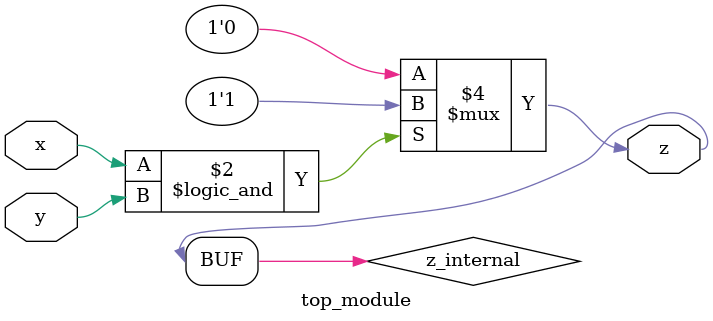
<source format=sv>
module top_module(
    input x,
    input y,
    output z);

    // Declare internal signals
    reg z_internal;

    // Always block for z_internal
    always @(x or y) begin
        if (x && y)
            z_internal = 1'b1;
        else
            z_internal = 1'b0;
    end

    // Assign z to z_internal
    assign z = z_internal;

endmodule

</source>
